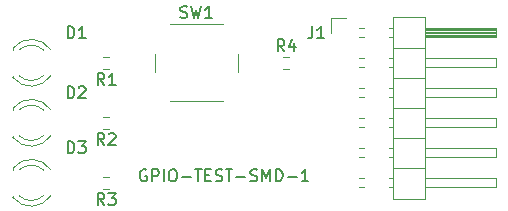
<source format=gbr>
%TF.GenerationSoftware,KiCad,Pcbnew,7.0.10*%
%TF.CreationDate,2024-01-31T19:13:49+09:00*%
%TF.ProjectId,test-smd,74657374-2d73-46d6-942e-6b696361645f,rev?*%
%TF.SameCoordinates,Original*%
%TF.FileFunction,Legend,Top*%
%TF.FilePolarity,Positive*%
%FSLAX46Y46*%
G04 Gerber Fmt 4.6, Leading zero omitted, Abs format (unit mm)*
G04 Created by KiCad (PCBNEW 7.0.10) date 2024-01-31 19:13:49*
%MOMM*%
%LPD*%
G01*
G04 APERTURE LIST*
%ADD10C,0.150000*%
%ADD11C,0.120000*%
G04 APERTURE END LIST*
D10*
X117700588Y-70037438D02*
X117605350Y-69989819D01*
X117605350Y-69989819D02*
X117462493Y-69989819D01*
X117462493Y-69989819D02*
X117319636Y-70037438D01*
X117319636Y-70037438D02*
X117224398Y-70132676D01*
X117224398Y-70132676D02*
X117176779Y-70227914D01*
X117176779Y-70227914D02*
X117129160Y-70418390D01*
X117129160Y-70418390D02*
X117129160Y-70561247D01*
X117129160Y-70561247D02*
X117176779Y-70751723D01*
X117176779Y-70751723D02*
X117224398Y-70846961D01*
X117224398Y-70846961D02*
X117319636Y-70942200D01*
X117319636Y-70942200D02*
X117462493Y-70989819D01*
X117462493Y-70989819D02*
X117557731Y-70989819D01*
X117557731Y-70989819D02*
X117700588Y-70942200D01*
X117700588Y-70942200D02*
X117748207Y-70894580D01*
X117748207Y-70894580D02*
X117748207Y-70561247D01*
X117748207Y-70561247D02*
X117557731Y-70561247D01*
X118176779Y-70989819D02*
X118176779Y-69989819D01*
X118176779Y-69989819D02*
X118557731Y-69989819D01*
X118557731Y-69989819D02*
X118652969Y-70037438D01*
X118652969Y-70037438D02*
X118700588Y-70085057D01*
X118700588Y-70085057D02*
X118748207Y-70180295D01*
X118748207Y-70180295D02*
X118748207Y-70323152D01*
X118748207Y-70323152D02*
X118700588Y-70418390D01*
X118700588Y-70418390D02*
X118652969Y-70466009D01*
X118652969Y-70466009D02*
X118557731Y-70513628D01*
X118557731Y-70513628D02*
X118176779Y-70513628D01*
X119176779Y-70989819D02*
X119176779Y-69989819D01*
X119843445Y-69989819D02*
X120033921Y-69989819D01*
X120033921Y-69989819D02*
X120129159Y-70037438D01*
X120129159Y-70037438D02*
X120224397Y-70132676D01*
X120224397Y-70132676D02*
X120272016Y-70323152D01*
X120272016Y-70323152D02*
X120272016Y-70656485D01*
X120272016Y-70656485D02*
X120224397Y-70846961D01*
X120224397Y-70846961D02*
X120129159Y-70942200D01*
X120129159Y-70942200D02*
X120033921Y-70989819D01*
X120033921Y-70989819D02*
X119843445Y-70989819D01*
X119843445Y-70989819D02*
X119748207Y-70942200D01*
X119748207Y-70942200D02*
X119652969Y-70846961D01*
X119652969Y-70846961D02*
X119605350Y-70656485D01*
X119605350Y-70656485D02*
X119605350Y-70323152D01*
X119605350Y-70323152D02*
X119652969Y-70132676D01*
X119652969Y-70132676D02*
X119748207Y-70037438D01*
X119748207Y-70037438D02*
X119843445Y-69989819D01*
X120700588Y-70608866D02*
X121462493Y-70608866D01*
X121795826Y-69989819D02*
X122367254Y-69989819D01*
X122081540Y-70989819D02*
X122081540Y-69989819D01*
X122700588Y-70466009D02*
X123033921Y-70466009D01*
X123176778Y-70989819D02*
X122700588Y-70989819D01*
X122700588Y-70989819D02*
X122700588Y-69989819D01*
X122700588Y-69989819D02*
X123176778Y-69989819D01*
X123557731Y-70942200D02*
X123700588Y-70989819D01*
X123700588Y-70989819D02*
X123938683Y-70989819D01*
X123938683Y-70989819D02*
X124033921Y-70942200D01*
X124033921Y-70942200D02*
X124081540Y-70894580D01*
X124081540Y-70894580D02*
X124129159Y-70799342D01*
X124129159Y-70799342D02*
X124129159Y-70704104D01*
X124129159Y-70704104D02*
X124081540Y-70608866D01*
X124081540Y-70608866D02*
X124033921Y-70561247D01*
X124033921Y-70561247D02*
X123938683Y-70513628D01*
X123938683Y-70513628D02*
X123748207Y-70466009D01*
X123748207Y-70466009D02*
X123652969Y-70418390D01*
X123652969Y-70418390D02*
X123605350Y-70370771D01*
X123605350Y-70370771D02*
X123557731Y-70275533D01*
X123557731Y-70275533D02*
X123557731Y-70180295D01*
X123557731Y-70180295D02*
X123605350Y-70085057D01*
X123605350Y-70085057D02*
X123652969Y-70037438D01*
X123652969Y-70037438D02*
X123748207Y-69989819D01*
X123748207Y-69989819D02*
X123986302Y-69989819D01*
X123986302Y-69989819D02*
X124129159Y-70037438D01*
X124414874Y-69989819D02*
X124986302Y-69989819D01*
X124700588Y-70989819D02*
X124700588Y-69989819D01*
X125319636Y-70608866D02*
X126081541Y-70608866D01*
X126510112Y-70942200D02*
X126652969Y-70989819D01*
X126652969Y-70989819D02*
X126891064Y-70989819D01*
X126891064Y-70989819D02*
X126986302Y-70942200D01*
X126986302Y-70942200D02*
X127033921Y-70894580D01*
X127033921Y-70894580D02*
X127081540Y-70799342D01*
X127081540Y-70799342D02*
X127081540Y-70704104D01*
X127081540Y-70704104D02*
X127033921Y-70608866D01*
X127033921Y-70608866D02*
X126986302Y-70561247D01*
X126986302Y-70561247D02*
X126891064Y-70513628D01*
X126891064Y-70513628D02*
X126700588Y-70466009D01*
X126700588Y-70466009D02*
X126605350Y-70418390D01*
X126605350Y-70418390D02*
X126557731Y-70370771D01*
X126557731Y-70370771D02*
X126510112Y-70275533D01*
X126510112Y-70275533D02*
X126510112Y-70180295D01*
X126510112Y-70180295D02*
X126557731Y-70085057D01*
X126557731Y-70085057D02*
X126605350Y-70037438D01*
X126605350Y-70037438D02*
X126700588Y-69989819D01*
X126700588Y-69989819D02*
X126938683Y-69989819D01*
X126938683Y-69989819D02*
X127081540Y-70037438D01*
X127510112Y-70989819D02*
X127510112Y-69989819D01*
X127510112Y-69989819D02*
X127843445Y-70704104D01*
X127843445Y-70704104D02*
X128176778Y-69989819D01*
X128176778Y-69989819D02*
X128176778Y-70989819D01*
X128652969Y-70989819D02*
X128652969Y-69989819D01*
X128652969Y-69989819D02*
X128891064Y-69989819D01*
X128891064Y-69989819D02*
X129033921Y-70037438D01*
X129033921Y-70037438D02*
X129129159Y-70132676D01*
X129129159Y-70132676D02*
X129176778Y-70227914D01*
X129176778Y-70227914D02*
X129224397Y-70418390D01*
X129224397Y-70418390D02*
X129224397Y-70561247D01*
X129224397Y-70561247D02*
X129176778Y-70751723D01*
X129176778Y-70751723D02*
X129129159Y-70846961D01*
X129129159Y-70846961D02*
X129033921Y-70942200D01*
X129033921Y-70942200D02*
X128891064Y-70989819D01*
X128891064Y-70989819D02*
X128652969Y-70989819D01*
X129652969Y-70608866D02*
X130414874Y-70608866D01*
X131414873Y-70989819D02*
X130843445Y-70989819D01*
X131129159Y-70989819D02*
X131129159Y-69989819D01*
X131129159Y-69989819D02*
X131033921Y-70132676D01*
X131033921Y-70132676D02*
X130938683Y-70227914D01*
X130938683Y-70227914D02*
X130843445Y-70275533D01*
X120586667Y-57117200D02*
X120729524Y-57164819D01*
X120729524Y-57164819D02*
X120967619Y-57164819D01*
X120967619Y-57164819D02*
X121062857Y-57117200D01*
X121062857Y-57117200D02*
X121110476Y-57069580D01*
X121110476Y-57069580D02*
X121158095Y-56974342D01*
X121158095Y-56974342D02*
X121158095Y-56879104D01*
X121158095Y-56879104D02*
X121110476Y-56783866D01*
X121110476Y-56783866D02*
X121062857Y-56736247D01*
X121062857Y-56736247D02*
X120967619Y-56688628D01*
X120967619Y-56688628D02*
X120777143Y-56641009D01*
X120777143Y-56641009D02*
X120681905Y-56593390D01*
X120681905Y-56593390D02*
X120634286Y-56545771D01*
X120634286Y-56545771D02*
X120586667Y-56450533D01*
X120586667Y-56450533D02*
X120586667Y-56355295D01*
X120586667Y-56355295D02*
X120634286Y-56260057D01*
X120634286Y-56260057D02*
X120681905Y-56212438D01*
X120681905Y-56212438D02*
X120777143Y-56164819D01*
X120777143Y-56164819D02*
X121015238Y-56164819D01*
X121015238Y-56164819D02*
X121158095Y-56212438D01*
X121491429Y-56164819D02*
X121729524Y-57164819D01*
X121729524Y-57164819D02*
X121920000Y-56450533D01*
X121920000Y-56450533D02*
X122110476Y-57164819D01*
X122110476Y-57164819D02*
X122348572Y-56164819D01*
X123253333Y-57164819D02*
X122681905Y-57164819D01*
X122967619Y-57164819D02*
X122967619Y-56164819D01*
X122967619Y-56164819D02*
X122872381Y-56307676D01*
X122872381Y-56307676D02*
X122777143Y-56402914D01*
X122777143Y-56402914D02*
X122681905Y-56450533D01*
X114133333Y-62844819D02*
X113800000Y-62368628D01*
X113561905Y-62844819D02*
X113561905Y-61844819D01*
X113561905Y-61844819D02*
X113942857Y-61844819D01*
X113942857Y-61844819D02*
X114038095Y-61892438D01*
X114038095Y-61892438D02*
X114085714Y-61940057D01*
X114085714Y-61940057D02*
X114133333Y-62035295D01*
X114133333Y-62035295D02*
X114133333Y-62178152D01*
X114133333Y-62178152D02*
X114085714Y-62273390D01*
X114085714Y-62273390D02*
X114038095Y-62321009D01*
X114038095Y-62321009D02*
X113942857Y-62368628D01*
X113942857Y-62368628D02*
X113561905Y-62368628D01*
X115085714Y-62844819D02*
X114514286Y-62844819D01*
X114800000Y-62844819D02*
X114800000Y-61844819D01*
X114800000Y-61844819D02*
X114704762Y-61987676D01*
X114704762Y-61987676D02*
X114609524Y-62082914D01*
X114609524Y-62082914D02*
X114514286Y-62130533D01*
X129373333Y-59984819D02*
X129040000Y-59508628D01*
X128801905Y-59984819D02*
X128801905Y-58984819D01*
X128801905Y-58984819D02*
X129182857Y-58984819D01*
X129182857Y-58984819D02*
X129278095Y-59032438D01*
X129278095Y-59032438D02*
X129325714Y-59080057D01*
X129325714Y-59080057D02*
X129373333Y-59175295D01*
X129373333Y-59175295D02*
X129373333Y-59318152D01*
X129373333Y-59318152D02*
X129325714Y-59413390D01*
X129325714Y-59413390D02*
X129278095Y-59461009D01*
X129278095Y-59461009D02*
X129182857Y-59508628D01*
X129182857Y-59508628D02*
X128801905Y-59508628D01*
X130230476Y-59318152D02*
X130230476Y-59984819D01*
X129992381Y-58937200D02*
X129754286Y-59651485D01*
X129754286Y-59651485D02*
X130373333Y-59651485D01*
X114133333Y-73004819D02*
X113800000Y-72528628D01*
X113561905Y-73004819D02*
X113561905Y-72004819D01*
X113561905Y-72004819D02*
X113942857Y-72004819D01*
X113942857Y-72004819D02*
X114038095Y-72052438D01*
X114038095Y-72052438D02*
X114085714Y-72100057D01*
X114085714Y-72100057D02*
X114133333Y-72195295D01*
X114133333Y-72195295D02*
X114133333Y-72338152D01*
X114133333Y-72338152D02*
X114085714Y-72433390D01*
X114085714Y-72433390D02*
X114038095Y-72481009D01*
X114038095Y-72481009D02*
X113942857Y-72528628D01*
X113942857Y-72528628D02*
X113561905Y-72528628D01*
X114466667Y-72004819D02*
X115085714Y-72004819D01*
X115085714Y-72004819D02*
X114752381Y-72385771D01*
X114752381Y-72385771D02*
X114895238Y-72385771D01*
X114895238Y-72385771D02*
X114990476Y-72433390D01*
X114990476Y-72433390D02*
X115038095Y-72481009D01*
X115038095Y-72481009D02*
X115085714Y-72576247D01*
X115085714Y-72576247D02*
X115085714Y-72814342D01*
X115085714Y-72814342D02*
X115038095Y-72909580D01*
X115038095Y-72909580D02*
X114990476Y-72957200D01*
X114990476Y-72957200D02*
X114895238Y-73004819D01*
X114895238Y-73004819D02*
X114609524Y-73004819D01*
X114609524Y-73004819D02*
X114514286Y-72957200D01*
X114514286Y-72957200D02*
X114466667Y-72909580D01*
X131746666Y-57874819D02*
X131746666Y-58589104D01*
X131746666Y-58589104D02*
X131699047Y-58731961D01*
X131699047Y-58731961D02*
X131603809Y-58827200D01*
X131603809Y-58827200D02*
X131460952Y-58874819D01*
X131460952Y-58874819D02*
X131365714Y-58874819D01*
X132746666Y-58874819D02*
X132175238Y-58874819D01*
X132460952Y-58874819D02*
X132460952Y-57874819D01*
X132460952Y-57874819D02*
X132365714Y-58017676D01*
X132365714Y-58017676D02*
X132270476Y-58112914D01*
X132270476Y-58112914D02*
X132175238Y-58160533D01*
X114133333Y-67924819D02*
X113800000Y-67448628D01*
X113561905Y-67924819D02*
X113561905Y-66924819D01*
X113561905Y-66924819D02*
X113942857Y-66924819D01*
X113942857Y-66924819D02*
X114038095Y-66972438D01*
X114038095Y-66972438D02*
X114085714Y-67020057D01*
X114085714Y-67020057D02*
X114133333Y-67115295D01*
X114133333Y-67115295D02*
X114133333Y-67258152D01*
X114133333Y-67258152D02*
X114085714Y-67353390D01*
X114085714Y-67353390D02*
X114038095Y-67401009D01*
X114038095Y-67401009D02*
X113942857Y-67448628D01*
X113942857Y-67448628D02*
X113561905Y-67448628D01*
X114514286Y-67020057D02*
X114561905Y-66972438D01*
X114561905Y-66972438D02*
X114657143Y-66924819D01*
X114657143Y-66924819D02*
X114895238Y-66924819D01*
X114895238Y-66924819D02*
X114990476Y-66972438D01*
X114990476Y-66972438D02*
X115038095Y-67020057D01*
X115038095Y-67020057D02*
X115085714Y-67115295D01*
X115085714Y-67115295D02*
X115085714Y-67210533D01*
X115085714Y-67210533D02*
X115038095Y-67353390D01*
X115038095Y-67353390D02*
X114466667Y-67924819D01*
X114466667Y-67924819D02*
X115085714Y-67924819D01*
X111021905Y-63954819D02*
X111021905Y-62954819D01*
X111021905Y-62954819D02*
X111260000Y-62954819D01*
X111260000Y-62954819D02*
X111402857Y-63002438D01*
X111402857Y-63002438D02*
X111498095Y-63097676D01*
X111498095Y-63097676D02*
X111545714Y-63192914D01*
X111545714Y-63192914D02*
X111593333Y-63383390D01*
X111593333Y-63383390D02*
X111593333Y-63526247D01*
X111593333Y-63526247D02*
X111545714Y-63716723D01*
X111545714Y-63716723D02*
X111498095Y-63811961D01*
X111498095Y-63811961D02*
X111402857Y-63907200D01*
X111402857Y-63907200D02*
X111260000Y-63954819D01*
X111260000Y-63954819D02*
X111021905Y-63954819D01*
X111974286Y-63050057D02*
X112021905Y-63002438D01*
X112021905Y-63002438D02*
X112117143Y-62954819D01*
X112117143Y-62954819D02*
X112355238Y-62954819D01*
X112355238Y-62954819D02*
X112450476Y-63002438D01*
X112450476Y-63002438D02*
X112498095Y-63050057D01*
X112498095Y-63050057D02*
X112545714Y-63145295D01*
X112545714Y-63145295D02*
X112545714Y-63240533D01*
X112545714Y-63240533D02*
X112498095Y-63383390D01*
X112498095Y-63383390D02*
X111926667Y-63954819D01*
X111926667Y-63954819D02*
X112545714Y-63954819D01*
X111021905Y-68614819D02*
X111021905Y-67614819D01*
X111021905Y-67614819D02*
X111260000Y-67614819D01*
X111260000Y-67614819D02*
X111402857Y-67662438D01*
X111402857Y-67662438D02*
X111498095Y-67757676D01*
X111498095Y-67757676D02*
X111545714Y-67852914D01*
X111545714Y-67852914D02*
X111593333Y-68043390D01*
X111593333Y-68043390D02*
X111593333Y-68186247D01*
X111593333Y-68186247D02*
X111545714Y-68376723D01*
X111545714Y-68376723D02*
X111498095Y-68471961D01*
X111498095Y-68471961D02*
X111402857Y-68567200D01*
X111402857Y-68567200D02*
X111260000Y-68614819D01*
X111260000Y-68614819D02*
X111021905Y-68614819D01*
X111926667Y-67614819D02*
X112545714Y-67614819D01*
X112545714Y-67614819D02*
X112212381Y-67995771D01*
X112212381Y-67995771D02*
X112355238Y-67995771D01*
X112355238Y-67995771D02*
X112450476Y-68043390D01*
X112450476Y-68043390D02*
X112498095Y-68091009D01*
X112498095Y-68091009D02*
X112545714Y-68186247D01*
X112545714Y-68186247D02*
X112545714Y-68424342D01*
X112545714Y-68424342D02*
X112498095Y-68519580D01*
X112498095Y-68519580D02*
X112450476Y-68567200D01*
X112450476Y-68567200D02*
X112355238Y-68614819D01*
X112355238Y-68614819D02*
X112069524Y-68614819D01*
X112069524Y-68614819D02*
X111974286Y-68567200D01*
X111974286Y-68567200D02*
X111926667Y-68519580D01*
X111021905Y-58874819D02*
X111021905Y-57874819D01*
X111021905Y-57874819D02*
X111260000Y-57874819D01*
X111260000Y-57874819D02*
X111402857Y-57922438D01*
X111402857Y-57922438D02*
X111498095Y-58017676D01*
X111498095Y-58017676D02*
X111545714Y-58112914D01*
X111545714Y-58112914D02*
X111593333Y-58303390D01*
X111593333Y-58303390D02*
X111593333Y-58446247D01*
X111593333Y-58446247D02*
X111545714Y-58636723D01*
X111545714Y-58636723D02*
X111498095Y-58731961D01*
X111498095Y-58731961D02*
X111402857Y-58827200D01*
X111402857Y-58827200D02*
X111260000Y-58874819D01*
X111260000Y-58874819D02*
X111021905Y-58874819D01*
X112545714Y-58874819D02*
X111974286Y-58874819D01*
X112260000Y-58874819D02*
X112260000Y-57874819D01*
X112260000Y-57874819D02*
X112164762Y-58017676D01*
X112164762Y-58017676D02*
X112069524Y-58112914D01*
X112069524Y-58112914D02*
X111974286Y-58160533D01*
D11*
%TO.C,SW1*%
X118420000Y-60210000D02*
X118420000Y-61710000D01*
X119670000Y-64210000D02*
X124170000Y-64210000D01*
X124170000Y-57710000D02*
X119670000Y-57710000D01*
X125420000Y-61710000D02*
X125420000Y-60210000D01*
%TO.C,R1*%
X114537258Y-61482500D02*
X114062742Y-61482500D01*
X114537258Y-60437500D02*
X114062742Y-60437500D01*
%TO.C,R4*%
X129302742Y-60437500D02*
X129777258Y-60437500D01*
X129302742Y-61482500D02*
X129777258Y-61482500D01*
%TO.C,R3*%
X114537258Y-71642500D02*
X114062742Y-71642500D01*
X114537258Y-70597500D02*
X114062742Y-70597500D01*
%TO.C,J1*%
X133350000Y-57150000D02*
X134620000Y-57150000D01*
X133350000Y-58420000D02*
X133350000Y-57150000D01*
X135662929Y-60580000D02*
X136117071Y-60580000D01*
X135662929Y-61340000D02*
X136117071Y-61340000D01*
X135662929Y-63120000D02*
X136117071Y-63120000D01*
X135662929Y-63880000D02*
X136117071Y-63880000D01*
X135662929Y-65660000D02*
X136117071Y-65660000D01*
X135662929Y-66420000D02*
X136117071Y-66420000D01*
X135662929Y-68200000D02*
X136117071Y-68200000D01*
X135662929Y-68960000D02*
X136117071Y-68960000D01*
X135662929Y-70740000D02*
X136117071Y-70740000D01*
X135662929Y-71500000D02*
X136117071Y-71500000D01*
X135730000Y-58040000D02*
X136117071Y-58040000D01*
X135730000Y-58800000D02*
X136117071Y-58800000D01*
X138202929Y-58040000D02*
X138600000Y-58040000D01*
X138202929Y-58800000D02*
X138600000Y-58800000D01*
X138202929Y-60580000D02*
X138600000Y-60580000D01*
X138202929Y-61340000D02*
X138600000Y-61340000D01*
X138202929Y-63120000D02*
X138600000Y-63120000D01*
X138202929Y-63880000D02*
X138600000Y-63880000D01*
X138202929Y-65660000D02*
X138600000Y-65660000D01*
X138202929Y-66420000D02*
X138600000Y-66420000D01*
X138202929Y-68200000D02*
X138600000Y-68200000D01*
X138202929Y-68960000D02*
X138600000Y-68960000D01*
X138202929Y-70740000D02*
X138600000Y-70740000D01*
X138202929Y-71500000D02*
X138600000Y-71500000D01*
X138600000Y-57090000D02*
X138600000Y-72450000D01*
X138600000Y-59690000D02*
X141260000Y-59690000D01*
X138600000Y-62230000D02*
X141260000Y-62230000D01*
X138600000Y-64770000D02*
X141260000Y-64770000D01*
X138600000Y-67310000D02*
X141260000Y-67310000D01*
X138600000Y-69850000D02*
X141260000Y-69850000D01*
X138600000Y-72450000D02*
X141260000Y-72450000D01*
X141260000Y-57090000D02*
X138600000Y-57090000D01*
X141260000Y-58040000D02*
X147260000Y-58040000D01*
X141260000Y-58100000D02*
X147260000Y-58100000D01*
X141260000Y-58220000D02*
X147260000Y-58220000D01*
X141260000Y-58340000D02*
X147260000Y-58340000D01*
X141260000Y-58460000D02*
X147260000Y-58460000D01*
X141260000Y-58580000D02*
X147260000Y-58580000D01*
X141260000Y-58700000D02*
X147260000Y-58700000D01*
X141260000Y-60580000D02*
X147260000Y-60580000D01*
X141260000Y-63120000D02*
X147260000Y-63120000D01*
X141260000Y-65660000D02*
X147260000Y-65660000D01*
X141260000Y-68200000D02*
X147260000Y-68200000D01*
X141260000Y-70740000D02*
X147260000Y-70740000D01*
X141260000Y-72450000D02*
X141260000Y-57090000D01*
X147260000Y-58040000D02*
X147260000Y-58800000D01*
X147260000Y-58800000D02*
X141260000Y-58800000D01*
X147260000Y-60580000D02*
X147260000Y-61340000D01*
X147260000Y-61340000D02*
X141260000Y-61340000D01*
X147260000Y-63120000D02*
X147260000Y-63880000D01*
X147260000Y-63880000D02*
X141260000Y-63880000D01*
X147260000Y-65660000D02*
X147260000Y-66420000D01*
X147260000Y-66420000D02*
X141260000Y-66420000D01*
X147260000Y-68200000D02*
X147260000Y-68960000D01*
X147260000Y-68960000D02*
X141260000Y-68960000D01*
X147260000Y-70740000D02*
X147260000Y-71500000D01*
X147260000Y-71500000D02*
X141260000Y-71500000D01*
%TO.C,R2*%
X114537258Y-66562500D02*
X114062742Y-66562500D01*
X114537258Y-65517500D02*
X114062742Y-65517500D01*
%TO.C,D2*%
X106390000Y-64804000D02*
X106390000Y-64960000D01*
X106390000Y-67120000D02*
X106390000Y-67276000D01*
X109622334Y-64961392D02*
G75*
G03*
X106390001Y-64804485I-1672334J-1078608D01*
G01*
X108991129Y-64960164D02*
G75*
G03*
X106909040Y-64960001I-1041129J-1079836D01*
G01*
X106909040Y-67119999D02*
G75*
G03*
X108991129Y-67119836I1040960J1079999D01*
G01*
X106390001Y-67275515D02*
G75*
G03*
X109622334Y-67118608I1559999J1235515D01*
G01*
%TO.C,D3*%
X106390000Y-69884000D02*
X106390000Y-70040000D01*
X106390000Y-72200000D02*
X106390000Y-72356000D01*
X109622334Y-70041392D02*
G75*
G03*
X106390001Y-69884485I-1672334J-1078608D01*
G01*
X108991129Y-70040164D02*
G75*
G03*
X106909040Y-70040001I-1041129J-1079836D01*
G01*
X106909040Y-72199999D02*
G75*
G03*
X108991129Y-72199836I1040960J1079999D01*
G01*
X106390001Y-72355515D02*
G75*
G03*
X109622334Y-72198608I1559999J1235515D01*
G01*
%TO.C,D1*%
X106390000Y-59724000D02*
X106390000Y-59880000D01*
X106390000Y-62040000D02*
X106390000Y-62196000D01*
X109622334Y-59881392D02*
G75*
G03*
X106390001Y-59724485I-1672334J-1078608D01*
G01*
X108991129Y-59880164D02*
G75*
G03*
X106909040Y-59880001I-1041129J-1079836D01*
G01*
X106909040Y-62039999D02*
G75*
G03*
X108991129Y-62039836I1040960J1079999D01*
G01*
X106390001Y-62195515D02*
G75*
G03*
X109622334Y-62038608I1559999J1235515D01*
G01*
%TD*%
M02*

</source>
